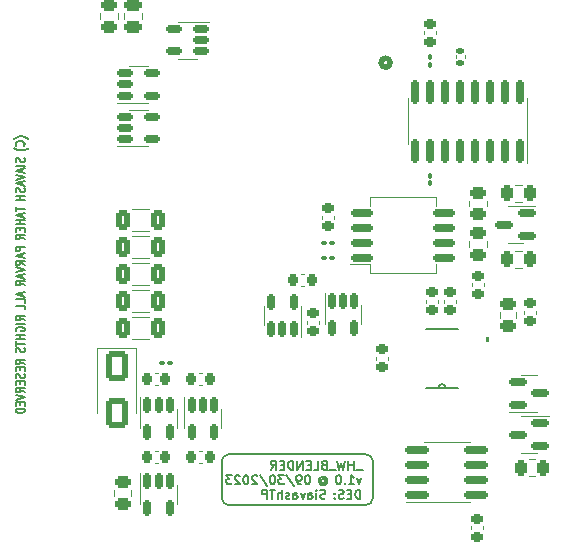
<source format=gbo>
%TF.GenerationSoftware,KiCad,Pcbnew,(7.0.0)*%
%TF.CreationDate,2023-09-29T14:09:18-04:00*%
%TF.ProjectId,_HW_ToslinkToDMX,5f48575f-546f-4736-9c69-6e6b546f444d,rev?*%
%TF.SameCoordinates,Original*%
%TF.FileFunction,Legend,Bot*%
%TF.FilePolarity,Positive*%
%FSLAX46Y46*%
G04 Gerber Fmt 4.6, Leading zero omitted, Abs format (unit mm)*
G04 Created by KiCad (PCBNEW (7.0.0)) date 2023-09-29 14:09:18*
%MOMM*%
%LPD*%
G01*
G04 APERTURE LIST*
G04 Aperture macros list*
%AMRoundRect*
0 Rectangle with rounded corners*
0 $1 Rounding radius*
0 $2 $3 $4 $5 $6 $7 $8 $9 X,Y pos of 4 corners*
0 Add a 4 corners polygon primitive as box body*
4,1,4,$2,$3,$4,$5,$6,$7,$8,$9,$2,$3,0*
0 Add four circle primitives for the rounded corners*
1,1,$1+$1,$2,$3*
1,1,$1+$1,$4,$5*
1,1,$1+$1,$6,$7*
1,1,$1+$1,$8,$9*
0 Add four rect primitives between the rounded corners*
20,1,$1+$1,$2,$3,$4,$5,0*
20,1,$1+$1,$4,$5,$6,$7,0*
20,1,$1+$1,$6,$7,$8,$9,0*
20,1,$1+$1,$8,$9,$2,$3,0*%
G04 Aperture macros list end*
%ADD10C,0.150000*%
%ADD11C,0.508000*%
%ADD12C,0.120000*%
%ADD13C,0.152400*%
%ADD14C,4.000000*%
%ADD15R,1.600000X1.600000*%
%ADD16C,1.600000*%
%ADD17O,0.890000X1.550000*%
%ADD18O,1.250000X0.950000*%
%ADD19C,3.600000*%
%ADD20C,5.600000*%
%ADD21R,1.700000X1.700000*%
%ADD22O,1.700000X1.700000*%
%ADD23R,1.000000X1.000000*%
%ADD24O,1.000000X1.000000*%
%ADD25C,1.473200*%
%ADD26C,1.574800*%
%ADD27R,2.300000X1.500000*%
%ADD28O,2.300000X1.500000*%
%ADD29C,1.750000*%
%ADD30C,1.524000*%
%ADD31RoundRect,0.135000X-0.185000X0.135000X-0.185000X-0.135000X0.185000X-0.135000X0.185000X0.135000X0*%
%ADD32RoundRect,0.150000X-0.150000X0.512500X-0.150000X-0.512500X0.150000X-0.512500X0.150000X0.512500X0*%
%ADD33RoundRect,0.150000X0.587500X0.150000X-0.587500X0.150000X-0.587500X-0.150000X0.587500X-0.150000X0*%
%ADD34RoundRect,0.225000X0.250000X-0.225000X0.250000X0.225000X-0.250000X0.225000X-0.250000X-0.225000X0*%
%ADD35RoundRect,0.100000X-0.100000X0.130000X-0.100000X-0.130000X0.100000X-0.130000X0.100000X0.130000X0*%
%ADD36RoundRect,0.225000X-0.225000X-0.250000X0.225000X-0.250000X0.225000X0.250000X-0.225000X0.250000X0*%
%ADD37RoundRect,0.250000X-0.312500X-0.625000X0.312500X-0.625000X0.312500X0.625000X-0.312500X0.625000X0*%
%ADD38RoundRect,0.250000X-0.650000X1.000000X-0.650000X-1.000000X0.650000X-1.000000X0.650000X1.000000X0*%
%ADD39RoundRect,0.100000X-0.130000X-0.100000X0.130000X-0.100000X0.130000X0.100000X-0.130000X0.100000X0*%
%ADD40RoundRect,0.225000X-0.250000X0.225000X-0.250000X-0.225000X0.250000X-0.225000X0.250000X0.225000X0*%
%ADD41RoundRect,0.250000X-0.450000X0.262500X-0.450000X-0.262500X0.450000X-0.262500X0.450000X0.262500X0*%
%ADD42RoundRect,0.100000X0.130000X0.100000X-0.130000X0.100000X-0.130000X-0.100000X0.130000X-0.100000X0*%
%ADD43RoundRect,0.243750X-0.243750X-0.456250X0.243750X-0.456250X0.243750X0.456250X-0.243750X0.456250X0*%
%ADD44RoundRect,0.250000X-0.475000X0.250000X-0.475000X-0.250000X0.475000X-0.250000X0.475000X0.250000X0*%
%ADD45RoundRect,0.150000X-0.512500X-0.150000X0.512500X-0.150000X0.512500X0.150000X-0.512500X0.150000X0*%
%ADD46RoundRect,0.150000X0.150000X-0.850000X0.150000X0.850000X-0.150000X0.850000X-0.150000X-0.850000X0*%
%ADD47RoundRect,0.250000X0.262500X0.450000X-0.262500X0.450000X-0.262500X-0.450000X0.262500X-0.450000X0*%
%ADD48RoundRect,0.100000X0.100000X-0.130000X0.100000X0.130000X-0.100000X0.130000X-0.100000X-0.130000X0*%
%ADD49R,1.803400X0.355600*%
%ADD50RoundRect,0.243750X0.456250X-0.243750X0.456250X0.243750X-0.456250X0.243750X-0.456250X-0.243750X0*%
%ADD51RoundRect,0.150000X0.512500X0.150000X-0.512500X0.150000X-0.512500X-0.150000X0.512500X-0.150000X0*%
%ADD52RoundRect,0.150000X-0.825000X-0.150000X0.825000X-0.150000X0.825000X0.150000X-0.825000X0.150000X0*%
%ADD53RoundRect,0.150000X-0.587500X-0.150000X0.587500X-0.150000X0.587500X0.150000X-0.587500X0.150000X0*%
%ADD54RoundRect,0.150000X-0.800000X-0.150000X0.800000X-0.150000X0.800000X0.150000X-0.800000X0.150000X0*%
%ADD55RoundRect,0.250000X0.450000X-0.262500X0.450000X0.262500X-0.450000X0.262500X-0.450000X-0.262500X0*%
%ADD56RoundRect,0.150000X0.150000X-0.512500X0.150000X0.512500X-0.150000X0.512500X-0.150000X-0.512500X0*%
G04 APERTURE END LIST*
D10*
X119634000Y-150495000D02*
X131191000Y-150495000D01*
X119634000Y-150495000D02*
G75*
G03*
X118999000Y-151130000I0J-635000D01*
G01*
X118999000Y-154178000D02*
G75*
G03*
X119634000Y-154813000I635000J0D01*
G01*
X131826000Y-151130000D02*
X131826000Y-154178000D01*
X131191000Y-154813000D02*
G75*
G03*
X131826000Y-154178000I0J635000D01*
G01*
X118999000Y-154178000D02*
X118999000Y-151130000D01*
X131826000Y-151130000D02*
G75*
G03*
X131191000Y-150495000I-635000J0D01*
G01*
X131191000Y-154813000D02*
X119634000Y-154813000D01*
X130937000Y-151869865D02*
X130356428Y-151869865D01*
X130175000Y-151797294D02*
X130175000Y-151035294D01*
X130175000Y-151398151D02*
X129739571Y-151398151D01*
X129739571Y-151797294D02*
X129739571Y-151035294D01*
X129449285Y-151035294D02*
X129267857Y-151797294D01*
X129267857Y-151797294D02*
X129122714Y-151253008D01*
X129122714Y-151253008D02*
X128977571Y-151797294D01*
X128977571Y-151797294D02*
X128796143Y-151035294D01*
X128687286Y-151869865D02*
X128106714Y-151869865D01*
X127671286Y-151398151D02*
X127562429Y-151434437D01*
X127562429Y-151434437D02*
X127526143Y-151470722D01*
X127526143Y-151470722D02*
X127489857Y-151543294D01*
X127489857Y-151543294D02*
X127489857Y-151652151D01*
X127489857Y-151652151D02*
X127526143Y-151724722D01*
X127526143Y-151724722D02*
X127562429Y-151761008D01*
X127562429Y-151761008D02*
X127635000Y-151797294D01*
X127635000Y-151797294D02*
X127925286Y-151797294D01*
X127925286Y-151797294D02*
X127925286Y-151035294D01*
X127925286Y-151035294D02*
X127671286Y-151035294D01*
X127671286Y-151035294D02*
X127598715Y-151071580D01*
X127598715Y-151071580D02*
X127562429Y-151107865D01*
X127562429Y-151107865D02*
X127526143Y-151180437D01*
X127526143Y-151180437D02*
X127526143Y-151253008D01*
X127526143Y-151253008D02*
X127562429Y-151325580D01*
X127562429Y-151325580D02*
X127598715Y-151361865D01*
X127598715Y-151361865D02*
X127671286Y-151398151D01*
X127671286Y-151398151D02*
X127925286Y-151398151D01*
X126800429Y-151797294D02*
X127163286Y-151797294D01*
X127163286Y-151797294D02*
X127163286Y-151035294D01*
X126546429Y-151398151D02*
X126292429Y-151398151D01*
X126183572Y-151797294D02*
X126546429Y-151797294D01*
X126546429Y-151797294D02*
X126546429Y-151035294D01*
X126546429Y-151035294D02*
X126183572Y-151035294D01*
X125857000Y-151797294D02*
X125857000Y-151035294D01*
X125857000Y-151035294D02*
X125421571Y-151797294D01*
X125421571Y-151797294D02*
X125421571Y-151035294D01*
X125058714Y-151797294D02*
X125058714Y-151035294D01*
X125058714Y-151035294D02*
X124877285Y-151035294D01*
X124877285Y-151035294D02*
X124768428Y-151071580D01*
X124768428Y-151071580D02*
X124695857Y-151144151D01*
X124695857Y-151144151D02*
X124659571Y-151216722D01*
X124659571Y-151216722D02*
X124623285Y-151361865D01*
X124623285Y-151361865D02*
X124623285Y-151470722D01*
X124623285Y-151470722D02*
X124659571Y-151615865D01*
X124659571Y-151615865D02*
X124695857Y-151688437D01*
X124695857Y-151688437D02*
X124768428Y-151761008D01*
X124768428Y-151761008D02*
X124877285Y-151797294D01*
X124877285Y-151797294D02*
X125058714Y-151797294D01*
X124296714Y-151398151D02*
X124042714Y-151398151D01*
X123933857Y-151797294D02*
X124296714Y-151797294D01*
X124296714Y-151797294D02*
X124296714Y-151035294D01*
X124296714Y-151035294D02*
X123933857Y-151035294D01*
X123171856Y-151797294D02*
X123425856Y-151434437D01*
X123607285Y-151797294D02*
X123607285Y-151035294D01*
X123607285Y-151035294D02*
X123316999Y-151035294D01*
X123316999Y-151035294D02*
X123244428Y-151071580D01*
X123244428Y-151071580D02*
X123208142Y-151107865D01*
X123208142Y-151107865D02*
X123171856Y-151180437D01*
X123171856Y-151180437D02*
X123171856Y-151289294D01*
X123171856Y-151289294D02*
X123208142Y-151361865D01*
X123208142Y-151361865D02*
X123244428Y-151398151D01*
X123244428Y-151398151D02*
X123316999Y-151434437D01*
X123316999Y-151434437D02*
X123607285Y-151434437D01*
X130828142Y-152523734D02*
X130646714Y-153031734D01*
X130646714Y-153031734D02*
X130465285Y-152523734D01*
X129775857Y-153031734D02*
X130211286Y-153031734D01*
X129993571Y-153031734D02*
X129993571Y-152269734D01*
X129993571Y-152269734D02*
X130066143Y-152378591D01*
X130066143Y-152378591D02*
X130138714Y-152451162D01*
X130138714Y-152451162D02*
X130211286Y-152487448D01*
X129449286Y-152959162D02*
X129413000Y-152995448D01*
X129413000Y-152995448D02*
X129449286Y-153031734D01*
X129449286Y-153031734D02*
X129485572Y-152995448D01*
X129485572Y-152995448D02*
X129449286Y-152959162D01*
X129449286Y-152959162D02*
X129449286Y-153031734D01*
X128941286Y-152269734D02*
X128868715Y-152269734D01*
X128868715Y-152269734D02*
X128796143Y-152306020D01*
X128796143Y-152306020D02*
X128759858Y-152342305D01*
X128759858Y-152342305D02*
X128723572Y-152414877D01*
X128723572Y-152414877D02*
X128687286Y-152560020D01*
X128687286Y-152560020D02*
X128687286Y-152741448D01*
X128687286Y-152741448D02*
X128723572Y-152886591D01*
X128723572Y-152886591D02*
X128759858Y-152959162D01*
X128759858Y-152959162D02*
X128796143Y-152995448D01*
X128796143Y-152995448D02*
X128868715Y-153031734D01*
X128868715Y-153031734D02*
X128941286Y-153031734D01*
X128941286Y-153031734D02*
X129013858Y-152995448D01*
X129013858Y-152995448D02*
X129050143Y-152959162D01*
X129050143Y-152959162D02*
X129086429Y-152886591D01*
X129086429Y-152886591D02*
X129122715Y-152741448D01*
X129122715Y-152741448D02*
X129122715Y-152560020D01*
X129122715Y-152560020D02*
X129086429Y-152414877D01*
X129086429Y-152414877D02*
X129050143Y-152342305D01*
X129050143Y-152342305D02*
X129013858Y-152306020D01*
X129013858Y-152306020D02*
X128941286Y-152269734D01*
X127431801Y-152668877D02*
X127468086Y-152632591D01*
X127468086Y-152632591D02*
X127540658Y-152596305D01*
X127540658Y-152596305D02*
X127613229Y-152596305D01*
X127613229Y-152596305D02*
X127685801Y-152632591D01*
X127685801Y-152632591D02*
X127722086Y-152668877D01*
X127722086Y-152668877D02*
X127758372Y-152741448D01*
X127758372Y-152741448D02*
X127758372Y-152814020D01*
X127758372Y-152814020D02*
X127722086Y-152886591D01*
X127722086Y-152886591D02*
X127685801Y-152922877D01*
X127685801Y-152922877D02*
X127613229Y-152959162D01*
X127613229Y-152959162D02*
X127540658Y-152959162D01*
X127540658Y-152959162D02*
X127468086Y-152922877D01*
X127468086Y-152922877D02*
X127431801Y-152886591D01*
X127431801Y-152596305D02*
X127431801Y-152886591D01*
X127431801Y-152886591D02*
X127395515Y-152922877D01*
X127395515Y-152922877D02*
X127359229Y-152922877D01*
X127359229Y-152922877D02*
X127286658Y-152886591D01*
X127286658Y-152886591D02*
X127250372Y-152814020D01*
X127250372Y-152814020D02*
X127250372Y-152632591D01*
X127250372Y-152632591D02*
X127322944Y-152523734D01*
X127322944Y-152523734D02*
X127431801Y-152451162D01*
X127431801Y-152451162D02*
X127576944Y-152414877D01*
X127576944Y-152414877D02*
X127722086Y-152451162D01*
X127722086Y-152451162D02*
X127830944Y-152523734D01*
X127830944Y-152523734D02*
X127903515Y-152632591D01*
X127903515Y-152632591D02*
X127939801Y-152777734D01*
X127939801Y-152777734D02*
X127903515Y-152922877D01*
X127903515Y-152922877D02*
X127830944Y-153031734D01*
X127830944Y-153031734D02*
X127722086Y-153104305D01*
X127722086Y-153104305D02*
X127576944Y-153140591D01*
X127576944Y-153140591D02*
X127431801Y-153104305D01*
X127431801Y-153104305D02*
X127322944Y-153031734D01*
X126321458Y-152269734D02*
X126248887Y-152269734D01*
X126248887Y-152269734D02*
X126176315Y-152306020D01*
X126176315Y-152306020D02*
X126140030Y-152342305D01*
X126140030Y-152342305D02*
X126103744Y-152414877D01*
X126103744Y-152414877D02*
X126067458Y-152560020D01*
X126067458Y-152560020D02*
X126067458Y-152741448D01*
X126067458Y-152741448D02*
X126103744Y-152886591D01*
X126103744Y-152886591D02*
X126140030Y-152959162D01*
X126140030Y-152959162D02*
X126176315Y-152995448D01*
X126176315Y-152995448D02*
X126248887Y-153031734D01*
X126248887Y-153031734D02*
X126321458Y-153031734D01*
X126321458Y-153031734D02*
X126394030Y-152995448D01*
X126394030Y-152995448D02*
X126430315Y-152959162D01*
X126430315Y-152959162D02*
X126466601Y-152886591D01*
X126466601Y-152886591D02*
X126502887Y-152741448D01*
X126502887Y-152741448D02*
X126502887Y-152560020D01*
X126502887Y-152560020D02*
X126466601Y-152414877D01*
X126466601Y-152414877D02*
X126430315Y-152342305D01*
X126430315Y-152342305D02*
X126394030Y-152306020D01*
X126394030Y-152306020D02*
X126321458Y-152269734D01*
X125704601Y-153031734D02*
X125559458Y-153031734D01*
X125559458Y-153031734D02*
X125486887Y-152995448D01*
X125486887Y-152995448D02*
X125450601Y-152959162D01*
X125450601Y-152959162D02*
X125378030Y-152850305D01*
X125378030Y-152850305D02*
X125341744Y-152705162D01*
X125341744Y-152705162D02*
X125341744Y-152414877D01*
X125341744Y-152414877D02*
X125378030Y-152342305D01*
X125378030Y-152342305D02*
X125414316Y-152306020D01*
X125414316Y-152306020D02*
X125486887Y-152269734D01*
X125486887Y-152269734D02*
X125632030Y-152269734D01*
X125632030Y-152269734D02*
X125704601Y-152306020D01*
X125704601Y-152306020D02*
X125740887Y-152342305D01*
X125740887Y-152342305D02*
X125777173Y-152414877D01*
X125777173Y-152414877D02*
X125777173Y-152596305D01*
X125777173Y-152596305D02*
X125740887Y-152668877D01*
X125740887Y-152668877D02*
X125704601Y-152705162D01*
X125704601Y-152705162D02*
X125632030Y-152741448D01*
X125632030Y-152741448D02*
X125486887Y-152741448D01*
X125486887Y-152741448D02*
X125414316Y-152705162D01*
X125414316Y-152705162D02*
X125378030Y-152668877D01*
X125378030Y-152668877D02*
X125341744Y-152596305D01*
X124470887Y-152233448D02*
X125124030Y-153213162D01*
X124289458Y-152269734D02*
X123817744Y-152269734D01*
X123817744Y-152269734D02*
X124071744Y-152560020D01*
X124071744Y-152560020D02*
X123962887Y-152560020D01*
X123962887Y-152560020D02*
X123890316Y-152596305D01*
X123890316Y-152596305D02*
X123854030Y-152632591D01*
X123854030Y-152632591D02*
X123817744Y-152705162D01*
X123817744Y-152705162D02*
X123817744Y-152886591D01*
X123817744Y-152886591D02*
X123854030Y-152959162D01*
X123854030Y-152959162D02*
X123890316Y-152995448D01*
X123890316Y-152995448D02*
X123962887Y-153031734D01*
X123962887Y-153031734D02*
X124180601Y-153031734D01*
X124180601Y-153031734D02*
X124253173Y-152995448D01*
X124253173Y-152995448D02*
X124289458Y-152959162D01*
X123346030Y-152269734D02*
X123273459Y-152269734D01*
X123273459Y-152269734D02*
X123200887Y-152306020D01*
X123200887Y-152306020D02*
X123164602Y-152342305D01*
X123164602Y-152342305D02*
X123128316Y-152414877D01*
X123128316Y-152414877D02*
X123092030Y-152560020D01*
X123092030Y-152560020D02*
X123092030Y-152741448D01*
X123092030Y-152741448D02*
X123128316Y-152886591D01*
X123128316Y-152886591D02*
X123164602Y-152959162D01*
X123164602Y-152959162D02*
X123200887Y-152995448D01*
X123200887Y-152995448D02*
X123273459Y-153031734D01*
X123273459Y-153031734D02*
X123346030Y-153031734D01*
X123346030Y-153031734D02*
X123418602Y-152995448D01*
X123418602Y-152995448D02*
X123454887Y-152959162D01*
X123454887Y-152959162D02*
X123491173Y-152886591D01*
X123491173Y-152886591D02*
X123527459Y-152741448D01*
X123527459Y-152741448D02*
X123527459Y-152560020D01*
X123527459Y-152560020D02*
X123491173Y-152414877D01*
X123491173Y-152414877D02*
X123454887Y-152342305D01*
X123454887Y-152342305D02*
X123418602Y-152306020D01*
X123418602Y-152306020D02*
X123346030Y-152269734D01*
X122221173Y-152233448D02*
X122874316Y-153213162D01*
X122003459Y-152342305D02*
X121967173Y-152306020D01*
X121967173Y-152306020D02*
X121894602Y-152269734D01*
X121894602Y-152269734D02*
X121713173Y-152269734D01*
X121713173Y-152269734D02*
X121640602Y-152306020D01*
X121640602Y-152306020D02*
X121604316Y-152342305D01*
X121604316Y-152342305D02*
X121568030Y-152414877D01*
X121568030Y-152414877D02*
X121568030Y-152487448D01*
X121568030Y-152487448D02*
X121604316Y-152596305D01*
X121604316Y-152596305D02*
X122039744Y-153031734D01*
X122039744Y-153031734D02*
X121568030Y-153031734D01*
X121096316Y-152269734D02*
X121023745Y-152269734D01*
X121023745Y-152269734D02*
X120951173Y-152306020D01*
X120951173Y-152306020D02*
X120914888Y-152342305D01*
X120914888Y-152342305D02*
X120878602Y-152414877D01*
X120878602Y-152414877D02*
X120842316Y-152560020D01*
X120842316Y-152560020D02*
X120842316Y-152741448D01*
X120842316Y-152741448D02*
X120878602Y-152886591D01*
X120878602Y-152886591D02*
X120914888Y-152959162D01*
X120914888Y-152959162D02*
X120951173Y-152995448D01*
X120951173Y-152995448D02*
X121023745Y-153031734D01*
X121023745Y-153031734D02*
X121096316Y-153031734D01*
X121096316Y-153031734D02*
X121168888Y-152995448D01*
X121168888Y-152995448D02*
X121205173Y-152959162D01*
X121205173Y-152959162D02*
X121241459Y-152886591D01*
X121241459Y-152886591D02*
X121277745Y-152741448D01*
X121277745Y-152741448D02*
X121277745Y-152560020D01*
X121277745Y-152560020D02*
X121241459Y-152414877D01*
X121241459Y-152414877D02*
X121205173Y-152342305D01*
X121205173Y-152342305D02*
X121168888Y-152306020D01*
X121168888Y-152306020D02*
X121096316Y-152269734D01*
X120552031Y-152342305D02*
X120515745Y-152306020D01*
X120515745Y-152306020D02*
X120443174Y-152269734D01*
X120443174Y-152269734D02*
X120261745Y-152269734D01*
X120261745Y-152269734D02*
X120189174Y-152306020D01*
X120189174Y-152306020D02*
X120152888Y-152342305D01*
X120152888Y-152342305D02*
X120116602Y-152414877D01*
X120116602Y-152414877D02*
X120116602Y-152487448D01*
X120116602Y-152487448D02*
X120152888Y-152596305D01*
X120152888Y-152596305D02*
X120588316Y-153031734D01*
X120588316Y-153031734D02*
X120116602Y-153031734D01*
X119862602Y-152269734D02*
X119390888Y-152269734D01*
X119390888Y-152269734D02*
X119644888Y-152560020D01*
X119644888Y-152560020D02*
X119536031Y-152560020D01*
X119536031Y-152560020D02*
X119463460Y-152596305D01*
X119463460Y-152596305D02*
X119427174Y-152632591D01*
X119427174Y-152632591D02*
X119390888Y-152705162D01*
X119390888Y-152705162D02*
X119390888Y-152886591D01*
X119390888Y-152886591D02*
X119427174Y-152959162D01*
X119427174Y-152959162D02*
X119463460Y-152995448D01*
X119463460Y-152995448D02*
X119536031Y-153031734D01*
X119536031Y-153031734D02*
X119753745Y-153031734D01*
X119753745Y-153031734D02*
X119826317Y-152995448D01*
X119826317Y-152995448D02*
X119862602Y-152959162D01*
X130755571Y-154266174D02*
X130755571Y-153504174D01*
X130755571Y-153504174D02*
X130574142Y-153504174D01*
X130574142Y-153504174D02*
X130465285Y-153540460D01*
X130465285Y-153540460D02*
X130392714Y-153613031D01*
X130392714Y-153613031D02*
X130356428Y-153685602D01*
X130356428Y-153685602D02*
X130320142Y-153830745D01*
X130320142Y-153830745D02*
X130320142Y-153939602D01*
X130320142Y-153939602D02*
X130356428Y-154084745D01*
X130356428Y-154084745D02*
X130392714Y-154157317D01*
X130392714Y-154157317D02*
X130465285Y-154229888D01*
X130465285Y-154229888D02*
X130574142Y-154266174D01*
X130574142Y-154266174D02*
X130755571Y-154266174D01*
X129993571Y-153867031D02*
X129739571Y-153867031D01*
X129630714Y-154266174D02*
X129993571Y-154266174D01*
X129993571Y-154266174D02*
X129993571Y-153504174D01*
X129993571Y-153504174D02*
X129630714Y-153504174D01*
X129340428Y-154229888D02*
X129231571Y-154266174D01*
X129231571Y-154266174D02*
X129050142Y-154266174D01*
X129050142Y-154266174D02*
X128977571Y-154229888D01*
X128977571Y-154229888D02*
X128941285Y-154193602D01*
X128941285Y-154193602D02*
X128904999Y-154121031D01*
X128904999Y-154121031D02*
X128904999Y-154048460D01*
X128904999Y-154048460D02*
X128941285Y-153975888D01*
X128941285Y-153975888D02*
X128977571Y-153939602D01*
X128977571Y-153939602D02*
X129050142Y-153903317D01*
X129050142Y-153903317D02*
X129195285Y-153867031D01*
X129195285Y-153867031D02*
X129267856Y-153830745D01*
X129267856Y-153830745D02*
X129304142Y-153794460D01*
X129304142Y-153794460D02*
X129340428Y-153721888D01*
X129340428Y-153721888D02*
X129340428Y-153649317D01*
X129340428Y-153649317D02*
X129304142Y-153576745D01*
X129304142Y-153576745D02*
X129267856Y-153540460D01*
X129267856Y-153540460D02*
X129195285Y-153504174D01*
X129195285Y-153504174D02*
X129013856Y-153504174D01*
X129013856Y-153504174D02*
X128904999Y-153540460D01*
X128578428Y-154193602D02*
X128542142Y-154229888D01*
X128542142Y-154229888D02*
X128578428Y-154266174D01*
X128578428Y-154266174D02*
X128614714Y-154229888D01*
X128614714Y-154229888D02*
X128578428Y-154193602D01*
X128578428Y-154193602D02*
X128578428Y-154266174D01*
X128578428Y-153794460D02*
X128542142Y-153830745D01*
X128542142Y-153830745D02*
X128578428Y-153867031D01*
X128578428Y-153867031D02*
X128614714Y-153830745D01*
X128614714Y-153830745D02*
X128578428Y-153794460D01*
X128578428Y-153794460D02*
X128578428Y-153867031D01*
X127794657Y-154229888D02*
X127685800Y-154266174D01*
X127685800Y-154266174D02*
X127504371Y-154266174D01*
X127504371Y-154266174D02*
X127431800Y-154229888D01*
X127431800Y-154229888D02*
X127395514Y-154193602D01*
X127395514Y-154193602D02*
X127359228Y-154121031D01*
X127359228Y-154121031D02*
X127359228Y-154048460D01*
X127359228Y-154048460D02*
X127395514Y-153975888D01*
X127395514Y-153975888D02*
X127431800Y-153939602D01*
X127431800Y-153939602D02*
X127504371Y-153903317D01*
X127504371Y-153903317D02*
X127649514Y-153867031D01*
X127649514Y-153867031D02*
X127722085Y-153830745D01*
X127722085Y-153830745D02*
X127758371Y-153794460D01*
X127758371Y-153794460D02*
X127794657Y-153721888D01*
X127794657Y-153721888D02*
X127794657Y-153649317D01*
X127794657Y-153649317D02*
X127758371Y-153576745D01*
X127758371Y-153576745D02*
X127722085Y-153540460D01*
X127722085Y-153540460D02*
X127649514Y-153504174D01*
X127649514Y-153504174D02*
X127468085Y-153504174D01*
X127468085Y-153504174D02*
X127359228Y-153540460D01*
X127032657Y-154266174D02*
X127032657Y-153758174D01*
X127032657Y-153504174D02*
X127068943Y-153540460D01*
X127068943Y-153540460D02*
X127032657Y-153576745D01*
X127032657Y-153576745D02*
X126996371Y-153540460D01*
X126996371Y-153540460D02*
X127032657Y-153504174D01*
X127032657Y-153504174D02*
X127032657Y-153576745D01*
X126343229Y-154266174D02*
X126343229Y-153867031D01*
X126343229Y-153867031D02*
X126379514Y-153794460D01*
X126379514Y-153794460D02*
X126452086Y-153758174D01*
X126452086Y-153758174D02*
X126597229Y-153758174D01*
X126597229Y-153758174D02*
X126669800Y-153794460D01*
X126343229Y-154229888D02*
X126415800Y-154266174D01*
X126415800Y-154266174D02*
X126597229Y-154266174D01*
X126597229Y-154266174D02*
X126669800Y-154229888D01*
X126669800Y-154229888D02*
X126706086Y-154157317D01*
X126706086Y-154157317D02*
X126706086Y-154084745D01*
X126706086Y-154084745D02*
X126669800Y-154012174D01*
X126669800Y-154012174D02*
X126597229Y-153975888D01*
X126597229Y-153975888D02*
X126415800Y-153975888D01*
X126415800Y-153975888D02*
X126343229Y-153939602D01*
X126052942Y-153758174D02*
X125871514Y-154266174D01*
X125871514Y-154266174D02*
X125690085Y-153758174D01*
X125073229Y-154266174D02*
X125073229Y-153867031D01*
X125073229Y-153867031D02*
X125109514Y-153794460D01*
X125109514Y-153794460D02*
X125182086Y-153758174D01*
X125182086Y-153758174D02*
X125327229Y-153758174D01*
X125327229Y-153758174D02*
X125399800Y-153794460D01*
X125073229Y-154229888D02*
X125145800Y-154266174D01*
X125145800Y-154266174D02*
X125327229Y-154266174D01*
X125327229Y-154266174D02*
X125399800Y-154229888D01*
X125399800Y-154229888D02*
X125436086Y-154157317D01*
X125436086Y-154157317D02*
X125436086Y-154084745D01*
X125436086Y-154084745D02*
X125399800Y-154012174D01*
X125399800Y-154012174D02*
X125327229Y-153975888D01*
X125327229Y-153975888D02*
X125145800Y-153975888D01*
X125145800Y-153975888D02*
X125073229Y-153939602D01*
X124746657Y-154229888D02*
X124674085Y-154266174D01*
X124674085Y-154266174D02*
X124528942Y-154266174D01*
X124528942Y-154266174D02*
X124456371Y-154229888D01*
X124456371Y-154229888D02*
X124420085Y-154157317D01*
X124420085Y-154157317D02*
X124420085Y-154121031D01*
X124420085Y-154121031D02*
X124456371Y-154048460D01*
X124456371Y-154048460D02*
X124528942Y-154012174D01*
X124528942Y-154012174D02*
X124637800Y-154012174D01*
X124637800Y-154012174D02*
X124710371Y-153975888D01*
X124710371Y-153975888D02*
X124746657Y-153903317D01*
X124746657Y-153903317D02*
X124746657Y-153867031D01*
X124746657Y-153867031D02*
X124710371Y-153794460D01*
X124710371Y-153794460D02*
X124637800Y-153758174D01*
X124637800Y-153758174D02*
X124528942Y-153758174D01*
X124528942Y-153758174D02*
X124456371Y-153794460D01*
X124093514Y-154266174D02*
X124093514Y-153504174D01*
X123766943Y-154266174D02*
X123766943Y-153867031D01*
X123766943Y-153867031D02*
X123803228Y-153794460D01*
X123803228Y-153794460D02*
X123875800Y-153758174D01*
X123875800Y-153758174D02*
X123984657Y-153758174D01*
X123984657Y-153758174D02*
X124057228Y-153794460D01*
X124057228Y-153794460D02*
X124093514Y-153830745D01*
X123512942Y-153504174D02*
X123077514Y-153504174D01*
X123295228Y-154266174D02*
X123295228Y-153504174D01*
X122823514Y-154266174D02*
X122823514Y-153504174D01*
X122823514Y-153504174D02*
X122533228Y-153504174D01*
X122533228Y-153504174D02*
X122460657Y-153540460D01*
X122460657Y-153540460D02*
X122424371Y-153576745D01*
X122424371Y-153576745D02*
X122388085Y-153649317D01*
X122388085Y-153649317D02*
X122388085Y-153758174D01*
X122388085Y-153758174D02*
X122424371Y-153830745D01*
X122424371Y-153830745D02*
X122460657Y-153867031D01*
X122460657Y-153867031D02*
X122533228Y-153903317D01*
X122533228Y-153903317D02*
X122823514Y-153903317D01*
X102613460Y-123776619D02*
X102577174Y-123746380D01*
X102577174Y-123746380D02*
X102468317Y-123685904D01*
X102468317Y-123685904D02*
X102395745Y-123655666D01*
X102395745Y-123655666D02*
X102286888Y-123625428D01*
X102286888Y-123625428D02*
X102105460Y-123595190D01*
X102105460Y-123595190D02*
X101960317Y-123595190D01*
X101960317Y-123595190D02*
X101778888Y-123625428D01*
X101778888Y-123625428D02*
X101670031Y-123655666D01*
X101670031Y-123655666D02*
X101597460Y-123685904D01*
X101597460Y-123685904D02*
X101488602Y-123746380D01*
X101488602Y-123746380D02*
X101452317Y-123776619D01*
X102250602Y-124381380D02*
X102286888Y-124351142D01*
X102286888Y-124351142D02*
X102323174Y-124260428D01*
X102323174Y-124260428D02*
X102323174Y-124199952D01*
X102323174Y-124199952D02*
X102286888Y-124109237D01*
X102286888Y-124109237D02*
X102214317Y-124048761D01*
X102214317Y-124048761D02*
X102141745Y-124018523D01*
X102141745Y-124018523D02*
X101996602Y-123988285D01*
X101996602Y-123988285D02*
X101887745Y-123988285D01*
X101887745Y-123988285D02*
X101742602Y-124018523D01*
X101742602Y-124018523D02*
X101670031Y-124048761D01*
X101670031Y-124048761D02*
X101597460Y-124109237D01*
X101597460Y-124109237D02*
X101561174Y-124199952D01*
X101561174Y-124199952D02*
X101561174Y-124260428D01*
X101561174Y-124260428D02*
X101597460Y-124351142D01*
X101597460Y-124351142D02*
X101633745Y-124381380D01*
X102613460Y-124593047D02*
X102577174Y-124623285D01*
X102577174Y-124623285D02*
X102468317Y-124683761D01*
X102468317Y-124683761D02*
X102395745Y-124713999D01*
X102395745Y-124713999D02*
X102286888Y-124744237D01*
X102286888Y-124744237D02*
X102105460Y-124774475D01*
X102105460Y-124774475D02*
X101960317Y-124774475D01*
X101960317Y-124774475D02*
X101778888Y-124744237D01*
X101778888Y-124744237D02*
X101670031Y-124713999D01*
X101670031Y-124713999D02*
X101597460Y-124683761D01*
X101597460Y-124683761D02*
X101488602Y-124623285D01*
X101488602Y-124623285D02*
X101452317Y-124593047D01*
X102286888Y-125427618D02*
X102323174Y-125518332D01*
X102323174Y-125518332D02*
X102323174Y-125669523D01*
X102323174Y-125669523D02*
X102286888Y-125729999D01*
X102286888Y-125729999D02*
X102250602Y-125760237D01*
X102250602Y-125760237D02*
X102178031Y-125790475D01*
X102178031Y-125790475D02*
X102105460Y-125790475D01*
X102105460Y-125790475D02*
X102032888Y-125760237D01*
X102032888Y-125760237D02*
X101996602Y-125729999D01*
X101996602Y-125729999D02*
X101960317Y-125669523D01*
X101960317Y-125669523D02*
X101924031Y-125548570D01*
X101924031Y-125548570D02*
X101887745Y-125488094D01*
X101887745Y-125488094D02*
X101851460Y-125457856D01*
X101851460Y-125457856D02*
X101778888Y-125427618D01*
X101778888Y-125427618D02*
X101706317Y-125427618D01*
X101706317Y-125427618D02*
X101633745Y-125457856D01*
X101633745Y-125457856D02*
X101597460Y-125488094D01*
X101597460Y-125488094D02*
X101561174Y-125548570D01*
X101561174Y-125548570D02*
X101561174Y-125699761D01*
X101561174Y-125699761D02*
X101597460Y-125790475D01*
X102323174Y-126062618D02*
X101561174Y-126062618D01*
X102105460Y-126334761D02*
X102105460Y-126637142D01*
X102323174Y-126274285D02*
X101561174Y-126485951D01*
X101561174Y-126485951D02*
X102323174Y-126697618D01*
X101561174Y-126818571D02*
X102323174Y-127030237D01*
X102323174Y-127030237D02*
X101561174Y-127241904D01*
X102105460Y-127423333D02*
X102105460Y-127725714D01*
X102323174Y-127362857D02*
X101561174Y-127574523D01*
X101561174Y-127574523D02*
X102323174Y-127786190D01*
X102286888Y-127967619D02*
X102323174Y-128058333D01*
X102323174Y-128058333D02*
X102323174Y-128209524D01*
X102323174Y-128209524D02*
X102286888Y-128270000D01*
X102286888Y-128270000D02*
X102250602Y-128300238D01*
X102250602Y-128300238D02*
X102178031Y-128330476D01*
X102178031Y-128330476D02*
X102105460Y-128330476D01*
X102105460Y-128330476D02*
X102032888Y-128300238D01*
X102032888Y-128300238D02*
X101996602Y-128270000D01*
X101996602Y-128270000D02*
X101960317Y-128209524D01*
X101960317Y-128209524D02*
X101924031Y-128088571D01*
X101924031Y-128088571D02*
X101887745Y-128028095D01*
X101887745Y-128028095D02*
X101851460Y-127997857D01*
X101851460Y-127997857D02*
X101778888Y-127967619D01*
X101778888Y-127967619D02*
X101706317Y-127967619D01*
X101706317Y-127967619D02*
X101633745Y-127997857D01*
X101633745Y-127997857D02*
X101597460Y-128028095D01*
X101597460Y-128028095D02*
X101561174Y-128088571D01*
X101561174Y-128088571D02*
X101561174Y-128239762D01*
X101561174Y-128239762D02*
X101597460Y-128330476D01*
X102323174Y-128602619D02*
X101561174Y-128602619D01*
X101924031Y-128602619D02*
X101924031Y-128965476D01*
X102323174Y-128965476D02*
X101561174Y-128965476D01*
X101561174Y-129558143D02*
X101561174Y-129921000D01*
X102323174Y-129739571D02*
X101561174Y-129739571D01*
X102105460Y-130102429D02*
X102105460Y-130404810D01*
X102323174Y-130041953D02*
X101561174Y-130253619D01*
X101561174Y-130253619D02*
X102323174Y-130465286D01*
X102323174Y-130676953D02*
X101561174Y-130676953D01*
X101924031Y-130676953D02*
X101924031Y-131039810D01*
X102323174Y-131039810D02*
X101561174Y-131039810D01*
X101924031Y-131342191D02*
X101924031Y-131553858D01*
X102323174Y-131644572D02*
X102323174Y-131342191D01*
X102323174Y-131342191D02*
X101561174Y-131342191D01*
X101561174Y-131342191D02*
X101561174Y-131644572D01*
X102323174Y-132279572D02*
X101960317Y-132067905D01*
X102323174Y-131916715D02*
X101561174Y-131916715D01*
X101561174Y-131916715D02*
X101561174Y-132158620D01*
X101561174Y-132158620D02*
X101597460Y-132219096D01*
X101597460Y-132219096D02*
X101633745Y-132249334D01*
X101633745Y-132249334D02*
X101706317Y-132279572D01*
X101706317Y-132279572D02*
X101815174Y-132279572D01*
X101815174Y-132279572D02*
X101887745Y-132249334D01*
X101887745Y-132249334D02*
X101924031Y-132219096D01*
X101924031Y-132219096D02*
X101960317Y-132158620D01*
X101960317Y-132158620D02*
X101960317Y-131916715D01*
X102323174Y-132932715D02*
X101561174Y-132932715D01*
X101561174Y-132932715D02*
X101561174Y-133174620D01*
X101561174Y-133174620D02*
X101597460Y-133235096D01*
X101597460Y-133235096D02*
X101633745Y-133265334D01*
X101633745Y-133265334D02*
X101706317Y-133295572D01*
X101706317Y-133295572D02*
X101815174Y-133295572D01*
X101815174Y-133295572D02*
X101887745Y-133265334D01*
X101887745Y-133265334D02*
X101924031Y-133235096D01*
X101924031Y-133235096D02*
X101960317Y-133174620D01*
X101960317Y-133174620D02*
X101960317Y-132932715D01*
X102105460Y-133537477D02*
X102105460Y-133839858D01*
X102323174Y-133477001D02*
X101561174Y-133688667D01*
X101561174Y-133688667D02*
X102323174Y-133900334D01*
X102323174Y-134474858D02*
X101960317Y-134263191D01*
X102323174Y-134112001D02*
X101561174Y-134112001D01*
X101561174Y-134112001D02*
X101561174Y-134353906D01*
X101561174Y-134353906D02*
X101597460Y-134414382D01*
X101597460Y-134414382D02*
X101633745Y-134444620D01*
X101633745Y-134444620D02*
X101706317Y-134474858D01*
X101706317Y-134474858D02*
X101815174Y-134474858D01*
X101815174Y-134474858D02*
X101887745Y-134444620D01*
X101887745Y-134444620D02*
X101924031Y-134414382D01*
X101924031Y-134414382D02*
X101960317Y-134353906D01*
X101960317Y-134353906D02*
X101960317Y-134112001D01*
X101561174Y-134656287D02*
X102323174Y-134867953D01*
X102323174Y-134867953D02*
X101561174Y-135079620D01*
X102105460Y-135261049D02*
X102105460Y-135563430D01*
X102323174Y-135200573D02*
X101561174Y-135412239D01*
X101561174Y-135412239D02*
X102323174Y-135623906D01*
X102323174Y-136198430D02*
X101960317Y-135986763D01*
X102323174Y-135835573D02*
X101561174Y-135835573D01*
X101561174Y-135835573D02*
X101561174Y-136077478D01*
X101561174Y-136077478D02*
X101597460Y-136137954D01*
X101597460Y-136137954D02*
X101633745Y-136168192D01*
X101633745Y-136168192D02*
X101706317Y-136198430D01*
X101706317Y-136198430D02*
X101815174Y-136198430D01*
X101815174Y-136198430D02*
X101887745Y-136168192D01*
X101887745Y-136168192D02*
X101924031Y-136137954D01*
X101924031Y-136137954D02*
X101960317Y-136077478D01*
X101960317Y-136077478D02*
X101960317Y-135835573D01*
X102105460Y-136821335D02*
X102105460Y-137123716D01*
X102323174Y-136760859D02*
X101561174Y-136972525D01*
X101561174Y-136972525D02*
X102323174Y-137184192D01*
X102323174Y-137698240D02*
X102323174Y-137395859D01*
X102323174Y-137395859D02*
X101561174Y-137395859D01*
X102323174Y-138212288D02*
X102323174Y-137909907D01*
X102323174Y-137909907D02*
X101561174Y-137909907D01*
X102323174Y-139167812D02*
X101960317Y-138956145D01*
X102323174Y-138804955D02*
X101561174Y-138804955D01*
X101561174Y-138804955D02*
X101561174Y-139046860D01*
X101561174Y-139046860D02*
X101597460Y-139107336D01*
X101597460Y-139107336D02*
X101633745Y-139137574D01*
X101633745Y-139137574D02*
X101706317Y-139167812D01*
X101706317Y-139167812D02*
X101815174Y-139167812D01*
X101815174Y-139167812D02*
X101887745Y-139137574D01*
X101887745Y-139137574D02*
X101924031Y-139107336D01*
X101924031Y-139107336D02*
X101960317Y-139046860D01*
X101960317Y-139046860D02*
X101960317Y-138804955D01*
X102323174Y-139439955D02*
X101561174Y-139439955D01*
X101597460Y-140074955D02*
X101561174Y-140014479D01*
X101561174Y-140014479D02*
X101561174Y-139923765D01*
X101561174Y-139923765D02*
X101597460Y-139833050D01*
X101597460Y-139833050D02*
X101670031Y-139772574D01*
X101670031Y-139772574D02*
X101742602Y-139742336D01*
X101742602Y-139742336D02*
X101887745Y-139712098D01*
X101887745Y-139712098D02*
X101996602Y-139712098D01*
X101996602Y-139712098D02*
X102141745Y-139742336D01*
X102141745Y-139742336D02*
X102214317Y-139772574D01*
X102214317Y-139772574D02*
X102286888Y-139833050D01*
X102286888Y-139833050D02*
X102323174Y-139923765D01*
X102323174Y-139923765D02*
X102323174Y-139984241D01*
X102323174Y-139984241D02*
X102286888Y-140074955D01*
X102286888Y-140074955D02*
X102250602Y-140105193D01*
X102250602Y-140105193D02*
X101996602Y-140105193D01*
X101996602Y-140105193D02*
X101996602Y-139984241D01*
X102323174Y-140377336D02*
X101561174Y-140377336D01*
X101924031Y-140377336D02*
X101924031Y-140740193D01*
X102323174Y-140740193D02*
X101561174Y-140740193D01*
X101561174Y-140951860D02*
X101561174Y-141314717D01*
X102323174Y-141133288D02*
X101561174Y-141133288D01*
X102286888Y-141496146D02*
X102323174Y-141586860D01*
X102323174Y-141586860D02*
X102323174Y-141738051D01*
X102323174Y-141738051D02*
X102286888Y-141798527D01*
X102286888Y-141798527D02*
X102250602Y-141828765D01*
X102250602Y-141828765D02*
X102178031Y-141859003D01*
X102178031Y-141859003D02*
X102105460Y-141859003D01*
X102105460Y-141859003D02*
X102032888Y-141828765D01*
X102032888Y-141828765D02*
X101996602Y-141798527D01*
X101996602Y-141798527D02*
X101960317Y-141738051D01*
X101960317Y-141738051D02*
X101924031Y-141617098D01*
X101924031Y-141617098D02*
X101887745Y-141556622D01*
X101887745Y-141556622D02*
X101851460Y-141526384D01*
X101851460Y-141526384D02*
X101778888Y-141496146D01*
X101778888Y-141496146D02*
X101706317Y-141496146D01*
X101706317Y-141496146D02*
X101633745Y-141526384D01*
X101633745Y-141526384D02*
X101597460Y-141556622D01*
X101597460Y-141556622D02*
X101561174Y-141617098D01*
X101561174Y-141617098D02*
X101561174Y-141768289D01*
X101561174Y-141768289D02*
X101597460Y-141859003D01*
X102323174Y-142875003D02*
X101960317Y-142663336D01*
X102323174Y-142512146D02*
X101561174Y-142512146D01*
X101561174Y-142512146D02*
X101561174Y-142754051D01*
X101561174Y-142754051D02*
X101597460Y-142814527D01*
X101597460Y-142814527D02*
X101633745Y-142844765D01*
X101633745Y-142844765D02*
X101706317Y-142875003D01*
X101706317Y-142875003D02*
X101815174Y-142875003D01*
X101815174Y-142875003D02*
X101887745Y-142844765D01*
X101887745Y-142844765D02*
X101924031Y-142814527D01*
X101924031Y-142814527D02*
X101960317Y-142754051D01*
X101960317Y-142754051D02*
X101960317Y-142512146D01*
X101924031Y-143147146D02*
X101924031Y-143358813D01*
X102323174Y-143449527D02*
X102323174Y-143147146D01*
X102323174Y-143147146D02*
X101561174Y-143147146D01*
X101561174Y-143147146D02*
X101561174Y-143449527D01*
X102286888Y-143691432D02*
X102323174Y-143782146D01*
X102323174Y-143782146D02*
X102323174Y-143933337D01*
X102323174Y-143933337D02*
X102286888Y-143993813D01*
X102286888Y-143993813D02*
X102250602Y-144024051D01*
X102250602Y-144024051D02*
X102178031Y-144054289D01*
X102178031Y-144054289D02*
X102105460Y-144054289D01*
X102105460Y-144054289D02*
X102032888Y-144024051D01*
X102032888Y-144024051D02*
X101996602Y-143993813D01*
X101996602Y-143993813D02*
X101960317Y-143933337D01*
X101960317Y-143933337D02*
X101924031Y-143812384D01*
X101924031Y-143812384D02*
X101887745Y-143751908D01*
X101887745Y-143751908D02*
X101851460Y-143721670D01*
X101851460Y-143721670D02*
X101778888Y-143691432D01*
X101778888Y-143691432D02*
X101706317Y-143691432D01*
X101706317Y-143691432D02*
X101633745Y-143721670D01*
X101633745Y-143721670D02*
X101597460Y-143751908D01*
X101597460Y-143751908D02*
X101561174Y-143812384D01*
X101561174Y-143812384D02*
X101561174Y-143963575D01*
X101561174Y-143963575D02*
X101597460Y-144054289D01*
X101924031Y-144326432D02*
X101924031Y-144538099D01*
X102323174Y-144628813D02*
X102323174Y-144326432D01*
X102323174Y-144326432D02*
X101561174Y-144326432D01*
X101561174Y-144326432D02*
X101561174Y-144628813D01*
X102323174Y-145263813D02*
X101960317Y-145052146D01*
X102323174Y-144900956D02*
X101561174Y-144900956D01*
X101561174Y-144900956D02*
X101561174Y-145142861D01*
X101561174Y-145142861D02*
X101597460Y-145203337D01*
X101597460Y-145203337D02*
X101633745Y-145233575D01*
X101633745Y-145233575D02*
X101706317Y-145263813D01*
X101706317Y-145263813D02*
X101815174Y-145263813D01*
X101815174Y-145263813D02*
X101887745Y-145233575D01*
X101887745Y-145233575D02*
X101924031Y-145203337D01*
X101924031Y-145203337D02*
X101960317Y-145142861D01*
X101960317Y-145142861D02*
X101960317Y-144900956D01*
X101561174Y-145445242D02*
X102323174Y-145656908D01*
X102323174Y-145656908D02*
X101561174Y-145868575D01*
X101924031Y-146080242D02*
X101924031Y-146291909D01*
X102323174Y-146382623D02*
X102323174Y-146080242D01*
X102323174Y-146080242D02*
X101561174Y-146080242D01*
X101561174Y-146080242D02*
X101561174Y-146382623D01*
X102323174Y-146654766D02*
X101561174Y-146654766D01*
X101561174Y-146654766D02*
X101561174Y-146805956D01*
X101561174Y-146805956D02*
X101597460Y-146896671D01*
X101597460Y-146896671D02*
X101670031Y-146957147D01*
X101670031Y-146957147D02*
X101742602Y-146987385D01*
X101742602Y-146987385D02*
X101887745Y-147017623D01*
X101887745Y-147017623D02*
X101996602Y-147017623D01*
X101996602Y-147017623D02*
X102141745Y-146987385D01*
X102141745Y-146987385D02*
X102214317Y-146957147D01*
X102214317Y-146957147D02*
X102286888Y-146896671D01*
X102286888Y-146896671D02*
X102323174Y-146805956D01*
X102323174Y-146805956D02*
X102323174Y-146654766D01*
D11*
X133273800Y-117348000D02*
G75*
G03*
X133273800Y-117348000I-381000J0D01*
G01*
D12*
X139572000Y-116686359D02*
X139572000Y-116993641D01*
X138812000Y-116686359D02*
X138812000Y-116993641D01*
X130846000Y-138684000D02*
X130846000Y-137884000D01*
X130846000Y-138684000D02*
X130846000Y-139484000D01*
X127726000Y-138684000D02*
X127726000Y-136884000D01*
X127726000Y-138684000D02*
X127726000Y-139484000D01*
X143891000Y-132624000D02*
X144541000Y-132624000D01*
X143891000Y-132624000D02*
X143241000Y-132624000D01*
X143891000Y-129504000D02*
X145566000Y-129504000D01*
X143891000Y-129504000D02*
X143241000Y-129504000D01*
X136269000Y-137681580D02*
X136269000Y-137400420D01*
X137289000Y-137681580D02*
X137289000Y-137400420D01*
X117080420Y-143635000D02*
X117361580Y-143635000D01*
X117080420Y-144655000D02*
X117361580Y-144655000D01*
X111413936Y-129773000D02*
X112868064Y-129773000D01*
X111413936Y-131593000D02*
X112868064Y-131593000D01*
X111759000Y-141524000D02*
X111759000Y-147034000D01*
X108459000Y-141524000D02*
X111759000Y-141524000D01*
X108459000Y-141524000D02*
X108459000Y-147034000D01*
X141099000Y-156577420D02*
X141099000Y-156858580D01*
X140079000Y-156577420D02*
X140079000Y-156858580D01*
X141451000Y-129058936D02*
X141451000Y-129513064D01*
X139981000Y-129058936D02*
X139981000Y-129513064D01*
X113336420Y-143655000D02*
X113617580Y-143655000D01*
X113336420Y-144675000D02*
X113617580Y-144675000D01*
X143886422Y-127687000D02*
X144403578Y-127687000D01*
X143886422Y-129107000D02*
X144403578Y-129107000D01*
X117080420Y-150239000D02*
X117361580Y-150239000D01*
X117080420Y-151259000D02*
X117361580Y-151259000D01*
X111413936Y-132059000D02*
X112868064Y-132059000D01*
X111413936Y-133879000D02*
X112868064Y-133879000D01*
X115225000Y-153924000D02*
X115225000Y-153124000D01*
X115225000Y-153924000D02*
X115225000Y-154724000D01*
X112105000Y-153924000D02*
X112105000Y-152124000D01*
X112105000Y-153924000D02*
X112105000Y-154724000D01*
X137793000Y-137681580D02*
X137793000Y-137400420D01*
X138813000Y-137681580D02*
X138813000Y-137400420D01*
X145034000Y-150404000D02*
X145684000Y-150404000D01*
X145034000Y-150404000D02*
X144384000Y-150404000D01*
X145034000Y-147284000D02*
X146709000Y-147284000D01*
X145034000Y-147284000D02*
X144384000Y-147284000D01*
X113336420Y-150259000D02*
X113617580Y-150259000D01*
X113336420Y-151279000D02*
X113617580Y-151279000D01*
X133098000Y-142226420D02*
X133098000Y-142507580D01*
X132078000Y-142226420D02*
X132078000Y-142507580D01*
X112241000Y-113149748D02*
X112241000Y-113672252D01*
X110771000Y-113149748D02*
X110771000Y-113672252D01*
X111958500Y-117632000D02*
X111158500Y-117632000D01*
X111958500Y-117632000D02*
X112758500Y-117632000D01*
X111958500Y-120752000D02*
X110158500Y-120752000D01*
X111958500Y-120752000D02*
X112758500Y-120752000D01*
X134767000Y-122301000D02*
X134767000Y-124251000D01*
X134767000Y-122301000D02*
X134767000Y-120351000D01*
X144887000Y-122301000D02*
X144887000Y-125801000D01*
X144887000Y-122301000D02*
X144887000Y-120351000D01*
X145515064Y-152373000D02*
X145060936Y-152373000D01*
X145515064Y-150903000D02*
X145060936Y-150903000D01*
X115225000Y-147447000D02*
X115225000Y-146647000D01*
X115225000Y-147447000D02*
X115225000Y-148247000D01*
X112105000Y-147447000D02*
X112105000Y-145647000D01*
X112105000Y-147447000D02*
X112105000Y-148247000D01*
D13*
X136333849Y-139865100D02*
X139002151Y-139865100D01*
X139002151Y-144868900D02*
X136333849Y-144868900D01*
X137972800Y-144868900D02*
G75*
G03*
X137363200Y-144868900I-304800J0D01*
G01*
G36*
X141630400Y-140970000D02*
G01*
X141376400Y-140970000D01*
X141376400Y-140589000D01*
X141630400Y-140589000D01*
X141630400Y-140970000D01*
G37*
D12*
X109907000Y-154055578D02*
X109907000Y-153538422D01*
X111327000Y-154055578D02*
X111327000Y-153538422D01*
X116144000Y-117003000D02*
X116944000Y-117003000D01*
X116144000Y-117003000D02*
X115344000Y-117003000D01*
X116144000Y-113883000D02*
X117944000Y-113883000D01*
X116144000Y-113883000D02*
X115344000Y-113883000D01*
X138049000Y-149459000D02*
X136099000Y-149459000D01*
X138049000Y-149459000D02*
X139999000Y-149459000D01*
X138049000Y-154579000D02*
X134599000Y-154579000D01*
X138049000Y-154579000D02*
X139999000Y-154579000D01*
X137162000Y-114667420D02*
X137162000Y-114948580D01*
X136142000Y-114667420D02*
X136142000Y-114948580D01*
X110209000Y-113183936D02*
X110209000Y-113638064D01*
X108739000Y-113183936D02*
X108739000Y-113638064D01*
X145034000Y-143794000D02*
X144384000Y-143794000D01*
X145034000Y-143794000D02*
X145684000Y-143794000D01*
X145034000Y-146914000D02*
X143359000Y-146914000D01*
X145034000Y-146914000D02*
X145684000Y-146914000D01*
X118979000Y-147447000D02*
X118979000Y-146647000D01*
X118979000Y-147447000D02*
X118979000Y-148247000D01*
X115859000Y-147447000D02*
X115859000Y-145647000D01*
X115859000Y-147447000D02*
X115859000Y-148247000D01*
X143886422Y-133275000D02*
X144403578Y-133275000D01*
X143886422Y-134695000D02*
X144403578Y-134695000D01*
X127506000Y-130569580D02*
X127506000Y-130288420D01*
X128526000Y-130569580D02*
X128526000Y-130288420D01*
X131606000Y-128743000D02*
X131606000Y-129488000D01*
X131606000Y-134418000D02*
X129916000Y-134418000D01*
X131606000Y-135163000D02*
X131606000Y-134418000D01*
X134366000Y-128743000D02*
X131606000Y-128743000D01*
X134366000Y-128743000D02*
X137126000Y-128743000D01*
X134366000Y-135163000D02*
X131606000Y-135163000D01*
X134366000Y-135163000D02*
X137126000Y-135163000D01*
X137126000Y-128743000D02*
X137126000Y-129488000D01*
X137126000Y-135163000D02*
X137126000Y-134418000D01*
X111413936Y-136631000D02*
X112868064Y-136631000D01*
X111413936Y-138451000D02*
X112868064Y-138451000D01*
X139981000Y-132942064D02*
X139981000Y-132487936D01*
X141451000Y-132942064D02*
X141451000Y-132487936D01*
X145665015Y-138345558D02*
X145665015Y-138626718D01*
X144645015Y-138345558D02*
X144645015Y-138626718D01*
X127256000Y-139178420D02*
X127256000Y-139459580D01*
X126236000Y-139178420D02*
X126236000Y-139459580D01*
X141226000Y-136003420D02*
X141226000Y-136284580D01*
X140206000Y-136003420D02*
X140206000Y-136284580D01*
X111958500Y-121315000D02*
X111158500Y-121315000D01*
X111958500Y-121315000D02*
X112758500Y-121315000D01*
X111958500Y-124435000D02*
X110158500Y-124435000D01*
X111958500Y-124435000D02*
X112758500Y-124435000D01*
X111413936Y-134345000D02*
X112868064Y-134345000D01*
X111413936Y-136165000D02*
X112868064Y-136165000D01*
X111413936Y-138917000D02*
X112868064Y-138917000D01*
X111413936Y-140737000D02*
X112868064Y-140737000D01*
X125716420Y-135253000D02*
X125997580Y-135253000D01*
X125716420Y-136273000D02*
X125997580Y-136273000D01*
X142546000Y-138942578D02*
X142546000Y-138425422D01*
X143966000Y-138942578D02*
X143966000Y-138425422D01*
X122589615Y-138740588D02*
X122589615Y-139540588D01*
X122589615Y-138740588D02*
X122589615Y-137940588D01*
X125709615Y-138740588D02*
X125709615Y-140540588D01*
X125709615Y-138740588D02*
X125709615Y-137940588D01*
%LPC*%
D14*
X105600331Y-122515000D03*
X105600331Y-147515000D03*
D15*
X107650330Y-130699999D03*
D16*
X107650331Y-132990000D03*
X107650331Y-135280000D03*
X107650331Y-137570000D03*
X107650331Y-139860000D03*
X105670331Y-129555000D03*
X105670331Y-131845000D03*
X105670331Y-134135000D03*
X105670331Y-136425000D03*
X105670331Y-138715000D03*
X103690331Y-130700000D03*
X103690331Y-132990000D03*
X103690331Y-135280000D03*
X103690331Y-137570000D03*
X103690331Y-139860000D03*
D17*
X109418999Y-159257999D03*
D18*
X110418999Y-156557999D03*
X115418999Y-156557999D03*
D17*
X116418999Y-159257999D03*
D19*
X146000000Y-156000000D03*
D20*
X146000000Y-156000000D03*
D21*
X119150999Y-122935999D03*
D22*
X121690999Y-122935999D03*
X124230999Y-122935999D03*
X126770999Y-122935999D03*
X129310999Y-122935999D03*
X131850999Y-122935999D03*
D23*
X137027999Y-159130999D03*
D24*
X135757999Y-159130999D03*
X134487999Y-159130999D03*
X133217999Y-159130999D03*
D25*
X128016000Y-117348000D03*
X125476000Y-117348000D03*
X122936000Y-117348000D03*
D26*
X120276000Y-113148001D03*
X130676000Y-113148001D03*
D23*
X148716999Y-129031999D03*
D24*
X148716999Y-127761999D03*
X148716999Y-126491999D03*
D27*
X148003499Y-140155499D03*
D28*
X148003499Y-137615499D03*
X148003499Y-135075499D03*
X148003499Y-132535499D03*
D23*
X118348999Y-158495999D03*
D24*
X119618999Y-158495999D03*
D23*
X148716999Y-122808999D03*
D24*
X148716999Y-124078999D03*
D23*
X148589999Y-143763999D03*
D24*
X148589999Y-145033999D03*
X148589999Y-146303999D03*
X148589999Y-147573999D03*
D19*
X105000000Y-115000000D03*
D20*
X105000000Y-115000000D03*
D29*
X128032235Y-156155000D03*
X125476000Y-156155000D03*
X122932235Y-156155000D03*
D30*
X128032235Y-158805000D03*
X122932235Y-158805000D03*
D19*
X146000000Y-115000000D03*
D20*
X146000000Y-115000000D03*
D19*
X105000000Y-156000000D03*
D20*
X105000000Y-156000000D03*
D23*
X148589999Y-149971999D03*
D24*
X148589999Y-151241999D03*
D23*
X148716999Y-120410999D03*
D24*
X148716999Y-119140999D03*
D31*
X139192000Y-116330000D03*
X139192000Y-117350000D03*
D32*
X128336000Y-137546500D03*
X129286000Y-137546500D03*
X130236000Y-137546500D03*
X130236000Y-139821500D03*
X128336000Y-139821500D03*
D33*
X144828500Y-130114000D03*
X144828500Y-132014000D03*
X142953500Y-131064000D03*
D34*
X136779000Y-138316000D03*
X136779000Y-136766000D03*
D35*
X136652000Y-116901000D03*
X136652000Y-117541000D03*
D36*
X116446000Y-144145000D03*
X117996000Y-144145000D03*
D37*
X110678500Y-130683000D03*
X113603500Y-130683000D03*
D38*
X110109000Y-143034000D03*
X110109000Y-147034000D03*
D39*
X113980000Y-142748000D03*
X114620000Y-142748000D03*
D40*
X140589000Y-155943000D03*
X140589000Y-157493000D03*
D41*
X140716000Y-128373500D03*
X140716000Y-130198500D03*
D42*
X128336000Y-133858000D03*
X127696000Y-133858000D03*
D36*
X112702000Y-144165000D03*
X114252000Y-144165000D03*
D43*
X143207500Y-128397000D03*
X145082500Y-128397000D03*
D36*
X116446000Y-150749000D03*
X117996000Y-150749000D03*
D37*
X110678500Y-132969000D03*
X113603500Y-132969000D03*
D32*
X112715000Y-152786500D03*
X113665000Y-152786500D03*
X114615000Y-152786500D03*
X114615000Y-155061500D03*
X112715000Y-155061500D03*
D34*
X138303000Y-138316000D03*
X138303000Y-136766000D03*
D33*
X145971500Y-147894000D03*
X145971500Y-149794000D03*
X144096500Y-148844000D03*
D36*
X112702000Y-150769000D03*
X114252000Y-150769000D03*
D40*
X132588000Y-141592000D03*
X132588000Y-143142000D03*
D44*
X111506000Y-112461000D03*
X111506000Y-114361000D03*
D39*
X127696000Y-132588000D03*
X128336000Y-132588000D03*
D45*
X110821000Y-120142000D03*
X110821000Y-119192000D03*
X110821000Y-118242000D03*
X113096000Y-118242000D03*
X113096000Y-120142000D03*
D46*
X144272000Y-124801000D03*
X143002000Y-124801000D03*
X141732000Y-124801000D03*
X140462000Y-124801000D03*
X139192000Y-124801000D03*
X137922000Y-124801000D03*
X136652000Y-124801000D03*
X135382000Y-124801000D03*
X135382000Y-119801000D03*
X136652000Y-119801000D03*
X137922000Y-119801000D03*
X139192000Y-119801000D03*
X140462000Y-119801000D03*
X141732000Y-119801000D03*
X143002000Y-119801000D03*
X144272000Y-119801000D03*
D47*
X146200500Y-151638000D03*
X144375500Y-151638000D03*
D48*
X136652000Y-127574000D03*
X136652000Y-126934000D03*
D32*
X112715000Y-146309500D03*
X113665000Y-146309500D03*
X114615000Y-146309500D03*
X114615000Y-148584500D03*
X112715000Y-148584500D03*
D49*
X135115299Y-144589499D03*
X135115299Y-143954499D03*
X135115299Y-143319499D03*
X135115299Y-142684499D03*
X135115299Y-142049499D03*
X135115299Y-141414499D03*
X135115299Y-140779499D03*
X135115299Y-140144499D03*
X140220699Y-140144499D03*
X140220699Y-140779499D03*
X140220699Y-141414499D03*
X140220699Y-142049499D03*
X140220699Y-142684499D03*
X140220699Y-143319499D03*
X140220699Y-143954499D03*
X140220699Y-144589499D03*
D50*
X110617000Y-154734500D03*
X110617000Y-152859500D03*
D51*
X117281500Y-114493000D03*
X117281500Y-115443000D03*
X117281500Y-116393000D03*
X115006500Y-116393000D03*
X115006500Y-114493000D03*
D52*
X135574000Y-153924000D03*
X135574000Y-152654000D03*
X135574000Y-151384000D03*
X135574000Y-150114000D03*
X140524000Y-150114000D03*
X140524000Y-151384000D03*
X140524000Y-152654000D03*
X140524000Y-153924000D03*
D40*
X136652000Y-114033000D03*
X136652000Y-115583000D03*
D41*
X109474000Y-112498500D03*
X109474000Y-114323500D03*
D53*
X144096500Y-146304000D03*
X144096500Y-144404000D03*
X145971500Y-145354000D03*
D32*
X116469000Y-146309500D03*
X117419000Y-146309500D03*
X118369000Y-146309500D03*
X118369000Y-148584500D03*
X116469000Y-148584500D03*
D43*
X143207500Y-133985000D03*
X145082500Y-133985000D03*
D34*
X128016000Y-131204000D03*
X128016000Y-129654000D03*
D54*
X130866000Y-133858000D03*
X130866000Y-132588000D03*
X130866000Y-131318000D03*
X130866000Y-130048000D03*
X137866000Y-130048000D03*
X137866000Y-131318000D03*
X137866000Y-132588000D03*
X137866000Y-133858000D03*
D37*
X110678500Y-137541000D03*
X113603500Y-137541000D03*
D55*
X140716000Y-133627500D03*
X140716000Y-131802500D03*
D40*
X145155015Y-137711138D03*
X145155015Y-139261138D03*
X126746000Y-138544000D03*
X126746000Y-140094000D03*
X140716000Y-135369000D03*
X140716000Y-136919000D03*
D45*
X110821000Y-123825000D03*
X110821000Y-122875000D03*
X110821000Y-121925000D03*
X113096000Y-121925000D03*
X113096000Y-123825000D03*
D37*
X110678500Y-135255000D03*
X113603500Y-135255000D03*
X110678500Y-139827000D03*
X113603500Y-139827000D03*
D36*
X125082000Y-135763000D03*
X126632000Y-135763000D03*
D50*
X143256000Y-139621500D03*
X143256000Y-137746500D03*
D56*
X125099615Y-139878088D03*
X124149615Y-139878088D03*
X123199615Y-139878088D03*
X123199615Y-137603088D03*
X125099615Y-137603088D03*
M02*

</source>
